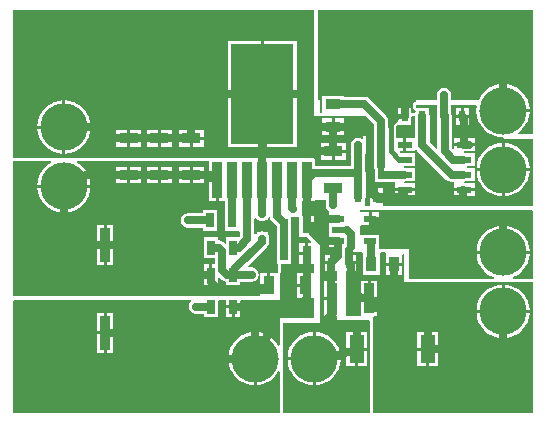
<source format=gtl>
G04 Layer_Physical_Order=1*
G04 Layer_Color=255*
%FSLAX44Y44*%
%MOMM*%
G71*
G01*
G75*
%ADD10R,0.7000X1.3000*%
%ADD11R,0.4500X0.5900*%
%ADD12R,0.9000X1.3000*%
%ADD13R,0.9000X2.8500*%
%ADD14R,0.9000X1.6000*%
%ADD15R,1.6000X0.9000*%
%ADD16R,0.6000X0.9000*%
%ADD17R,0.9000X2.5000*%
%ADD18R,1.3000X2.4000*%
%ADD19R,1.0000X0.5500*%
%ADD20R,1.3000X0.9000*%
%ADD21R,0.8900X3.0600*%
%ADD22R,5.3500X8.5400*%
%ADD23R,0.5500X1.0000*%
%ADD24R,1.1940X0.5590*%
%ADD25C,0.7000*%
%ADD26C,0.4000*%
%ADD27C,0.5000*%
%ADD28C,4.0000*%
%ADD29C,0.4500*%
G36*
X745000Y525102D02*
X745000Y467590D01*
X728146D01*
X727958Y468860D01*
X728667Y469075D01*
X732583Y471168D01*
X736015Y473985D01*
X738832Y477417D01*
X740925Y481333D01*
X742214Y485581D01*
X742524Y488730D01*
X697476D01*
X697786Y485581D01*
X699075Y481333D01*
X701168Y477417D01*
X703985Y473985D01*
X707417Y471168D01*
X711333Y469075D01*
X712042Y468860D01*
X711854Y467590D01*
X640898D01*
X640000Y468488D01*
X640000Y493000D01*
X615185D01*
X615040Y494210D01*
X615040Y494210D01*
X615040Y494210D01*
Y504790D01*
X599960D01*
X599000Y505538D01*
Y512462D01*
X599960Y513210D01*
X600270Y513210D01*
X606230D01*
Y518500D01*
Y523790D01*
X600270D01*
X599960Y523790D01*
X599000Y524538D01*
Y526000D01*
X744102D01*
X745000Y525102D01*
D02*
G37*
G36*
X547460Y512595D02*
X547342Y512000D01*
X547460Y511405D01*
Y502960D01*
X553831D01*
X557578Y499213D01*
X557091Y498040D01*
X554770D01*
Y489000D01*
Y479960D01*
X559540D01*
X560000Y478881D01*
Y473619D01*
X559540Y472540D01*
X558730Y472540D01*
X553770D01*
Y462000D01*
Y451460D01*
X558730D01*
X559540Y451460D01*
X560000Y450381D01*
Y434898D01*
X559102Y434000D01*
X531000D01*
Y411221D01*
X529730Y410903D01*
X528832Y412583D01*
X526015Y416015D01*
X522583Y418832D01*
X518667Y420925D01*
X514419Y422214D01*
X511270Y422524D01*
Y400000D01*
Y377476D01*
X514419Y377786D01*
X518667Y379075D01*
X522583Y381168D01*
X526015Y383985D01*
X528832Y387417D01*
X529730Y389097D01*
X531000Y388779D01*
Y354000D01*
X305000D01*
X305000Y449102D01*
X305898Y450000D01*
X455822Y450000D01*
X456207Y448730D01*
X455645Y448355D01*
X454310Y446357D01*
X453842Y444000D01*
X454310Y441643D01*
X455645Y439645D01*
X457643Y438311D01*
X460000Y437842D01*
X466460D01*
Y434960D01*
X478540D01*
Y443405D01*
X478658Y444000D01*
X478540Y444595D01*
Y449102D01*
X479438Y450000D01*
X485460D01*
Y445270D01*
X497540D01*
Y449102D01*
X498438Y450000D01*
X531000D01*
Y471707D01*
X531382Y472604D01*
X531385Y472617D01*
X531393Y472628D01*
X531489Y473111D01*
X531590Y473593D01*
X531587Y473606D01*
X531590Y473619D01*
Y479960D01*
X540540D01*
Y488405D01*
X540658Y489000D01*
Y512000D01*
X540540Y512595D01*
Y514405D01*
X540658Y515000D01*
X540540Y515595D01*
Y519540D01*
X541000Y520000D01*
X547460D01*
Y512595D01*
D02*
G37*
G36*
X745000Y590000D02*
X732876D01*
X732748Y590512D01*
X732707Y591270D01*
X736015Y593985D01*
X738832Y597417D01*
X740925Y601333D01*
X742214Y605581D01*
X742524Y608730D01*
X720000D01*
Y610000D01*
X718730D01*
Y632524D01*
X715581Y632214D01*
X711333Y630925D01*
X707417Y628832D01*
X703985Y626015D01*
X701168Y622583D01*
X699262Y619018D01*
X698000Y619000D01*
X698000Y619000D01*
X698000Y619000D01*
X676158D01*
Y623000D01*
X675689Y625357D01*
X674355Y627355D01*
X672357Y628689D01*
X670000Y629158D01*
X667643Y628689D01*
X665645Y627355D01*
X664310Y625357D01*
X663842Y623000D01*
Y619000D01*
X646000D01*
Y617507D01*
X645423Y617393D01*
X644583Y616831D01*
X644022Y615991D01*
X643607Y614991D01*
X643410Y614000D01*
Y612938D01*
X643607Y611947D01*
X644169Y611107D01*
X645067Y610209D01*
X645907Y609647D01*
X645771Y608403D01*
X645342Y607590D01*
X642658D01*
X642040Y608705D01*
Y612040D01*
X637770D01*
Y605000D01*
X636500D01*
Y603730D01*
X630960D01*
Y601761D01*
X630658Y600532D01*
X630319Y600422D01*
X629969Y600353D01*
X629842Y600268D01*
X629697Y600221D01*
X628668Y599646D01*
X628397Y599415D01*
X628100Y599216D01*
X627798Y598914D01*
X627236Y598074D01*
X627039Y597083D01*
Y595000D01*
X622738D01*
Y601420D01*
X622270Y603777D01*
X620935Y605775D01*
X607709Y619000D01*
X606855Y619855D01*
X604857Y621189D01*
X602500Y621658D01*
X585040D01*
Y622540D01*
X566960D01*
Y619000D01*
D01*
Y608749D01*
X565928Y607885D01*
X565000Y608116D01*
Y619000D01*
X563000D01*
Y695000D01*
X745000D01*
Y590000D01*
D02*
G37*
G36*
X470910Y552270D02*
X477900D01*
Y551000D01*
X479170D01*
Y533160D01*
X484442D01*
Y517100D01*
X484460Y517008D01*
Y507960D01*
X496540D01*
X497142Y506939D01*
Y503851D01*
X496331Y503040D01*
X485460D01*
Y497909D01*
X484287Y497422D01*
X483355Y498355D01*
X481357Y499690D01*
X479000Y500158D01*
X478540D01*
Y503040D01*
X466460D01*
Y494595D01*
X466342Y494000D01*
X466460Y493405D01*
Y484960D01*
X475809D01*
X475882Y484595D01*
Y480040D01*
X473770D01*
Y471000D01*
Y461960D01*
X478540D01*
Y468091D01*
X479713Y468577D01*
X481645Y466645D01*
X483643Y465310D01*
X485460Y464949D01*
Y461960D01*
X497540D01*
Y464842D01*
X507000D01*
X509357Y465310D01*
X511355Y466645D01*
X512690Y468643D01*
X513158Y471000D01*
X512690Y473357D01*
X511355Y475355D01*
X509357Y476689D01*
X507000Y477158D01*
X504527D01*
X504041Y478332D01*
X520355Y494645D01*
X521689Y496643D01*
X522158Y499000D01*
Y501450D01*
X521689Y503807D01*
X520790Y505153D01*
Y506940D01*
X518655D01*
X518357Y507140D01*
X516000Y507608D01*
X513643Y507140D01*
X513345Y506940D01*
X511210D01*
Y505555D01*
X510728Y505114D01*
X509458Y505674D01*
Y518326D01*
X510728Y518886D01*
X511210Y518445D01*
Y517060D01*
X513345D01*
X513643Y516860D01*
X516000Y516392D01*
X518357Y516860D01*
X518655Y517060D01*
X520790D01*
Y518844D01*
X521535Y519809D01*
X522774Y519631D01*
X523010Y518443D01*
X524345Y516445D01*
X528416Y512375D01*
X528342Y512000D01*
Y489000D01*
X528460Y488405D01*
Y479960D01*
X529000D01*
Y473619D01*
X528540Y472540D01*
X522770D01*
Y462000D01*
X521500D01*
Y460730D01*
X514460D01*
Y453000D01*
X497540D01*
Y453040D01*
X485460D01*
Y453000D01*
X478540D01*
Y453040D01*
X466460D01*
Y453000D01*
X305000D01*
Y567000D01*
X336779D01*
X337097Y565730D01*
X335417Y564832D01*
X331985Y562015D01*
X329168Y558583D01*
X327075Y554667D01*
X325786Y550419D01*
X325476Y547270D01*
X370524D01*
X370214Y550419D01*
X368925Y554667D01*
X366832Y558583D01*
X364015Y562015D01*
X360583Y564832D01*
X358903Y565730D01*
X359221Y567000D01*
X470910D01*
Y552270D01*
D02*
G37*
G36*
X663842Y605500D02*
X664310Y603143D01*
X664342Y603097D01*
Y578027D01*
X663168Y577541D01*
X657658Y583051D01*
Y605000D01*
X657189Y607357D01*
X657040Y607580D01*
Y612040D01*
X646988D01*
X646718Y612220D01*
X646180Y612758D01*
X646047Y612957D01*
X646000Y613193D01*
Y613745D01*
X646098Y614236D01*
X646317Y614764D01*
X646444Y614955D01*
X646505Y614967D01*
X646584Y615000D01*
X663842D01*
Y605500D01*
D02*
G37*
G36*
X590000Y490000D02*
X600712D01*
X601460Y489040D01*
Y470960D01*
X615540D01*
Y489040D01*
X616288Y490000D01*
X619712D01*
X620460Y489040D01*
X620460Y488730D01*
Y481270D01*
X634540D01*
Y488006D01*
X635656Y488890D01*
X635810Y488913D01*
X636000Y488847D01*
Y465000D01*
X745000D01*
Y354000D01*
X610898D01*
X610000Y354898D01*
Y435000D01*
X610398Y435960D01*
X613540D01*
Y449730D01*
X599460D01*
Y436000D01*
X587000D01*
Y473960D01*
X588230D01*
Y481000D01*
Y488040D01*
X587000D01*
Y491341D01*
X588173Y491827D01*
X590000Y490000D01*
D02*
G37*
G36*
X560000Y605000D02*
X604291D01*
X610422Y598869D01*
Y588390D01*
X608270D01*
Y580850D01*
Y573310D01*
X610422D01*
Y563420D01*
X610891Y561063D01*
X611210Y560585D01*
Y549610D01*
X619635D01*
X620230Y549492D01*
X628067D01*
X628220Y548285D01*
X628220Y548222D01*
Y544220D01*
X645240D01*
Y548285D01*
X636173D01*
X636048Y549555D01*
X638087Y549960D01*
X638617Y550315D01*
X645240D01*
Y560985D01*
X638617D01*
X638087Y561339D01*
X636048Y561745D01*
X636173Y563015D01*
X645240D01*
Y573685D01*
X633334D01*
X632478Y574542D01*
X632964Y575715D01*
X635460D01*
Y581050D01*
Y586385D01*
X629629D01*
Y596828D01*
X629676Y597063D01*
X629786Y597228D01*
X629836Y597261D01*
X629944Y597369D01*
X630077Y597444D01*
X630154Y597510D01*
X630819Y597881D01*
X630824Y597882D01*
X630965Y597941D01*
X631117Y597958D01*
X631122Y597960D01*
X642040D01*
Y602420D01*
X642189Y602643D01*
X642658Y605000D01*
X645342D01*
Y587613D01*
X645240Y586385D01*
X638000D01*
Y581050D01*
Y575715D01*
X645240D01*
Y576711D01*
X646510Y577096D01*
X647145Y576145D01*
X671995Y551295D01*
X673993Y549960D01*
X676350Y549492D01*
X678607D01*
X678760Y548285D01*
X678760Y548222D01*
Y544220D01*
X695780D01*
Y548285D01*
X686713D01*
X686588Y549555D01*
X688627Y549960D01*
X689157Y550315D01*
X695780D01*
Y560985D01*
X689226D01*
X689149Y561111D01*
X689062Y562440D01*
X689068Y562456D01*
X689679Y563015D01*
X695780D01*
Y573685D01*
X689157D01*
X688627Y574039D01*
X686588Y574445D01*
X686713Y575715D01*
X695780D01*
Y579780D01*
X678760D01*
Y577608D01*
X677587Y577122D01*
X676658Y578051D01*
Y605000D01*
X676189Y607357D01*
X676158Y607403D01*
Y615000D01*
X696766D01*
X697718Y613730D01*
X697351Y610000D01*
X697786Y605581D01*
X699075Y601333D01*
X701168Y597417D01*
X703985Y593985D01*
X707417Y591168D01*
X711333Y589075D01*
X715581Y587786D01*
X720000Y587351D01*
X720059Y587357D01*
X721000Y586504D01*
Y586000D01*
X745000D01*
Y529000D01*
X618788D01*
X618040Y529960D01*
X618040Y530270D01*
Y535730D01*
X606960D01*
Y530270D01*
X606960Y529960D01*
X606212Y529000D01*
X603788D01*
X603040Y529960D01*
Y534420D01*
X603190Y534643D01*
X603658Y537000D01*
Y540008D01*
X603618Y540210D01*
Y556949D01*
X603658Y557150D01*
X603190Y559507D01*
X603158Y559553D01*
Y573310D01*
X605730D01*
Y580850D01*
Y588390D01*
X601710D01*
Y586645D01*
X600440Y585966D01*
X599357Y586689D01*
X597000Y587158D01*
X594643Y586689D01*
X592645Y585355D01*
X591311Y583357D01*
X590842Y581000D01*
Y563308D01*
X561090D01*
Y568840D01*
X560000D01*
Y570000D01*
X517270D01*
Y551000D01*
X514730D01*
Y570000D01*
X305000D01*
Y695000D01*
X560000D01*
Y605000D01*
D02*
G37*
G36*
X555370Y533160D02*
X561090D01*
Y534000D01*
X569842D01*
Y530000D01*
X570310Y527643D01*
X571645Y525645D01*
X572689Y524948D01*
X572960Y523790D01*
X572960Y523790D01*
Y519770D01*
X580500D01*
Y517230D01*
X572960D01*
Y513210D01*
Y503710D01*
Y500770D01*
X580500D01*
Y498230D01*
X572960D01*
Y494210D01*
X579000D01*
Y488040D01*
X575770D01*
Y481000D01*
Y473960D01*
X579000D01*
Y466040D01*
X576770D01*
Y451000D01*
Y435960D01*
X579000D01*
Y433000D01*
X606102D01*
X607000Y432102D01*
Y355000D01*
X606204Y354000D01*
X534000D01*
Y430000D01*
X565000D01*
Y504000D01*
X563000Y506000D01*
X559540D01*
Y510730D01*
X553500D01*
Y512000D01*
X552230D01*
Y521040D01*
X550000D01*
Y533160D01*
X552830D01*
Y551000D01*
X555370D01*
Y533160D01*
D02*
G37*
%LPC*%
G36*
X471230Y480040D02*
X466460D01*
Y472270D01*
X471230D01*
Y480040D01*
D02*
G37*
G36*
X381730Y494980D02*
X375960D01*
Y479460D01*
X381730D01*
Y494980D01*
D02*
G37*
G36*
X390040D02*
X384270D01*
Y479460D01*
X390040D01*
Y494980D01*
D02*
G37*
G36*
X573230Y479730D02*
X568960D01*
Y473960D01*
X573230D01*
Y479730D01*
D02*
G37*
G36*
X595040D02*
X590770D01*
Y473960D01*
X595040D01*
Y479730D01*
D02*
G37*
G36*
X634540Y478730D02*
X628770D01*
Y470960D01*
X634540D01*
Y478730D01*
D02*
G37*
G36*
X520230Y472540D02*
X514460D01*
Y463270D01*
X520230D01*
Y472540D01*
D02*
G37*
G36*
X471230Y469730D02*
X466460D01*
Y461960D01*
X471230D01*
Y469730D01*
D02*
G37*
G36*
X613540Y466040D02*
X607770D01*
Y452270D01*
X613540D01*
Y466040D01*
D02*
G37*
G36*
X626230Y478730D02*
X620460D01*
Y470960D01*
X626230D01*
Y478730D01*
D02*
G37*
G36*
X551230Y472540D02*
X545460D01*
Y463270D01*
X551230D01*
Y472540D01*
D02*
G37*
G36*
X615040Y517230D02*
X608770D01*
Y513210D01*
X615040D01*
Y517230D01*
D02*
G37*
G36*
X477540Y526040D02*
X465460D01*
Y523158D01*
X453000D01*
X450643Y522690D01*
X448645Y521355D01*
X447310Y519357D01*
X446842Y517000D01*
X447310Y514643D01*
X448645Y512645D01*
X450643Y511310D01*
X453000Y510842D01*
X465460D01*
Y507960D01*
X477540D01*
Y516405D01*
X477658Y517000D01*
X477540Y517595D01*
Y526040D01*
D02*
G37*
G36*
X390040Y513040D02*
X384270D01*
Y497520D01*
X390040D01*
Y513040D01*
D02*
G37*
G36*
X559540Y521040D02*
X554770D01*
Y513270D01*
X559540D01*
Y521040D01*
D02*
G37*
G36*
X370524Y544730D02*
X349270D01*
Y523476D01*
X352419Y523786D01*
X356667Y525075D01*
X360583Y527168D01*
X364015Y529985D01*
X366832Y533417D01*
X368925Y537333D01*
X370214Y541581D01*
X370524Y544730D01*
D02*
G37*
G36*
X346730D02*
X325476D01*
X325786Y541581D01*
X327075Y537333D01*
X329168Y533417D01*
X331985Y529985D01*
X335417Y527168D01*
X339333Y525075D01*
X343581Y523786D01*
X346730Y523476D01*
Y544730D01*
D02*
G37*
G36*
X608770Y523790D02*
Y519770D01*
X615040D01*
Y523790D01*
X608770D01*
D02*
G37*
G36*
X595040Y488040D02*
X590770D01*
Y482270D01*
X595040D01*
Y488040D01*
D02*
G37*
G36*
X573230D02*
X568960D01*
Y482270D01*
X573230D01*
Y488040D01*
D02*
G37*
G36*
X552230Y487730D02*
X547460D01*
Y479960D01*
X552230D01*
Y487730D01*
D02*
G37*
G36*
Y498040D02*
X547460D01*
Y490270D01*
X552230D01*
Y498040D01*
D02*
G37*
G36*
X381730Y513040D02*
X375960D01*
Y497520D01*
X381730D01*
Y513040D01*
D02*
G37*
G36*
X721270Y512524D02*
Y491270D01*
X742524D01*
X742214Y494419D01*
X740925Y498667D01*
X738832Y502583D01*
X736015Y506015D01*
X732583Y508832D01*
X728667Y510925D01*
X724419Y512214D01*
X721270Y512524D01*
D02*
G37*
G36*
X718730D02*
X715581Y512214D01*
X711333Y510925D01*
X707417Y508832D01*
X703985Y506015D01*
X701168Y502583D01*
X699075Y498667D01*
X697786Y494419D01*
X697476Y491270D01*
X718730D01*
Y512524D01*
D02*
G37*
G36*
X561270Y422524D02*
Y401270D01*
X582524D01*
X582214Y404419D01*
X580925Y408667D01*
X578832Y412583D01*
X576015Y416015D01*
X572583Y418832D01*
X568667Y420925D01*
X564419Y422214D01*
X561270Y422524D01*
D02*
G37*
G36*
X558730D02*
X555581Y422214D01*
X551333Y420925D01*
X547417Y418832D01*
X543985Y416015D01*
X541168Y412583D01*
X539075Y408667D01*
X537786Y404419D01*
X537476Y401270D01*
X558730D01*
Y422524D01*
D02*
G37*
G36*
X508730D02*
X505581Y422214D01*
X501333Y420925D01*
X497417Y418832D01*
X493985Y416015D01*
X491168Y412583D01*
X489075Y408667D01*
X487786Y404419D01*
X487476Y401270D01*
X508730D01*
Y422524D01*
D02*
G37*
G36*
X381730Y420480D02*
X375960D01*
Y404960D01*
X381730D01*
Y420480D01*
D02*
G37*
G36*
X605040Y422540D02*
X597270D01*
Y409270D01*
X605040D01*
Y422540D01*
D02*
G37*
G36*
X594730D02*
X586960D01*
Y409270D01*
X594730D01*
Y422540D01*
D02*
G37*
G36*
X390040Y420480D02*
X384270D01*
Y404960D01*
X390040D01*
Y420480D01*
D02*
G37*
G36*
X582524Y398730D02*
X561270D01*
Y377476D01*
X564419Y377786D01*
X568667Y379075D01*
X572583Y381168D01*
X576015Y383985D01*
X578832Y387417D01*
X580925Y391333D01*
X582214Y395581D01*
X582524Y398730D01*
D02*
G37*
G36*
X558730D02*
X537476D01*
X537786Y395581D01*
X539075Y391333D01*
X541168Y387417D01*
X543985Y383985D01*
X547417Y381168D01*
X551333Y379075D01*
X555581Y377786D01*
X558730Y377476D01*
Y398730D01*
D02*
G37*
G36*
X508730D02*
X487476D01*
X487786Y395581D01*
X489075Y391333D01*
X491168Y387417D01*
X493985Y383985D01*
X497417Y381168D01*
X501333Y379075D01*
X505581Y377786D01*
X508730Y377476D01*
Y398730D01*
D02*
G37*
G36*
X594730Y406730D02*
X586960D01*
Y393460D01*
X594730D01*
Y406730D01*
D02*
G37*
G36*
X665040D02*
X657270D01*
Y393460D01*
X665040D01*
Y406730D01*
D02*
G37*
G36*
X654730D02*
X646960D01*
Y393460D01*
X654730D01*
Y406730D01*
D02*
G37*
G36*
X605040D02*
X597270D01*
Y393460D01*
X605040D01*
Y406730D01*
D02*
G37*
G36*
X718730Y462524D02*
X715581Y462214D01*
X711333Y460925D01*
X707417Y458832D01*
X703985Y456015D01*
X701168Y452583D01*
X699075Y448667D01*
X697786Y444419D01*
X697476Y441270D01*
X718730D01*
Y462524D01*
D02*
G37*
G36*
X574230Y449730D02*
X568460D01*
Y435960D01*
X574230D01*
Y449730D01*
D02*
G37*
G36*
X497540Y442730D02*
X492770D01*
Y434960D01*
X497540D01*
Y442730D01*
D02*
G37*
G36*
X721270Y462524D02*
Y441270D01*
X742524D01*
X742214Y444419D01*
X740925Y448667D01*
X738832Y452583D01*
X736015Y456015D01*
X732583Y458832D01*
X728667Y460925D01*
X724419Y462214D01*
X721270Y462524D01*
D02*
G37*
G36*
X605230Y466040D02*
X599460D01*
Y452270D01*
X605230D01*
Y466040D01*
D02*
G37*
G36*
X574230D02*
X568460D01*
Y452270D01*
X574230D01*
Y466040D01*
D02*
G37*
G36*
X551230Y460730D02*
X545460D01*
Y451460D01*
X551230D01*
Y460730D01*
D02*
G37*
G36*
X718730Y438730D02*
X697476D01*
X697786Y435581D01*
X699075Y431333D01*
X701168Y427417D01*
X703985Y423985D01*
X707417Y421168D01*
X711333Y419075D01*
X715581Y417786D01*
X718730Y417476D01*
Y438730D01*
D02*
G37*
G36*
X665040Y422540D02*
X657270D01*
Y409270D01*
X665040D01*
Y422540D01*
D02*
G37*
G36*
X654730D02*
X646960D01*
Y409270D01*
X654730D01*
Y422540D01*
D02*
G37*
G36*
X742524Y438730D02*
X721270D01*
Y417476D01*
X724419Y417786D01*
X728667Y419075D01*
X732583Y421168D01*
X736015Y423985D01*
X738832Y427417D01*
X740925Y431333D01*
X742214Y435581D01*
X742524Y438730D01*
D02*
G37*
G36*
X490230Y442730D02*
X485460D01*
Y434960D01*
X490230D01*
Y442730D01*
D02*
G37*
G36*
X390040Y438540D02*
X384270D01*
Y423020D01*
X390040D01*
Y438540D01*
D02*
G37*
G36*
X381730D02*
X375960D01*
Y423020D01*
X381730D01*
Y438540D01*
D02*
G37*
G36*
X476630Y549730D02*
X470910D01*
Y533160D01*
X476630D01*
Y549730D01*
D02*
G37*
G36*
X401730Y593540D02*
X392460D01*
Y587770D01*
X401730D01*
Y593540D01*
D02*
G37*
G36*
X695780Y586385D02*
X688540D01*
Y582320D01*
X695780D01*
Y586385D01*
D02*
G37*
G36*
X686000D02*
X678760D01*
Y582320D01*
X686000D01*
Y586385D01*
D02*
G37*
G36*
X413540Y593540D02*
X404270D01*
Y587770D01*
X413540D01*
Y593540D01*
D02*
G37*
G36*
X454730D02*
X445460D01*
Y587770D01*
X454730D01*
Y593540D01*
D02*
G37*
G36*
X439540D02*
X430270D01*
Y587770D01*
X439540D01*
Y593540D01*
D02*
G37*
G36*
X427730D02*
X418460D01*
Y587770D01*
X427730D01*
Y593540D01*
D02*
G37*
G36*
X413540Y585230D02*
X404270D01*
Y579460D01*
X413540D01*
Y585230D01*
D02*
G37*
G36*
X401730D02*
X392460D01*
Y579460D01*
X401730D01*
Y585230D01*
D02*
G37*
G36*
X545290Y622780D02*
X517270D01*
Y578810D01*
X545290D01*
Y622780D01*
D02*
G37*
G36*
X427730Y585230D02*
X418460D01*
Y579460D01*
X427730D01*
Y585230D01*
D02*
G37*
G36*
X466540D02*
X457270D01*
Y579460D01*
X466540D01*
Y585230D01*
D02*
G37*
G36*
X454730D02*
X445460D01*
Y579460D01*
X454730D01*
Y585230D01*
D02*
G37*
G36*
X439540D02*
X430270D01*
Y579460D01*
X439540D01*
Y585230D01*
D02*
G37*
G36*
X466540Y593540D02*
X457270D01*
Y587770D01*
X466540D01*
Y593540D01*
D02*
G37*
G36*
X684230Y612040D02*
X679960D01*
Y606270D01*
X684230D01*
Y612040D01*
D02*
G37*
G36*
X635230D02*
X630960D01*
Y606270D01*
X635230D01*
Y612040D01*
D02*
G37*
G36*
X691040Y603730D02*
X686770D01*
Y597960D01*
X691040D01*
Y603730D01*
D02*
G37*
G36*
Y612040D02*
X686770D01*
Y606270D01*
X691040D01*
Y612040D01*
D02*
G37*
G36*
X545290Y669290D02*
X517270D01*
Y625320D01*
X545290D01*
Y669290D01*
D02*
G37*
G36*
X514730D02*
X486710D01*
Y625320D01*
X514730D01*
Y669290D01*
D02*
G37*
G36*
X721270Y632524D02*
Y611270D01*
X742524D01*
X742214Y614419D01*
X740925Y618667D01*
X738832Y622583D01*
X736015Y626015D01*
X732583Y628832D01*
X728667Y630925D01*
X724419Y632214D01*
X721270Y632524D01*
D02*
G37*
G36*
X346730Y618524D02*
X343581Y618214D01*
X339333Y616925D01*
X335417Y614832D01*
X331985Y612015D01*
X329168Y608583D01*
X327075Y604667D01*
X325786Y600419D01*
X325476Y597270D01*
X346730D01*
Y618524D01*
D02*
G37*
G36*
X585040Y595230D02*
X577270D01*
Y589460D01*
X585040D01*
Y595230D01*
D02*
G37*
G36*
X574730D02*
X566960D01*
Y589460D01*
X574730D01*
Y595230D01*
D02*
G37*
G36*
X349270Y618524D02*
Y597270D01*
X370524D01*
X370214Y600419D01*
X368925Y604667D01*
X366832Y608583D01*
X364015Y612015D01*
X360583Y614832D01*
X356667Y616925D01*
X352419Y618214D01*
X349270Y618524D01*
D02*
G37*
G36*
X684230Y603730D02*
X679960D01*
Y597960D01*
X684230D01*
Y603730D01*
D02*
G37*
G36*
X585040Y603540D02*
X577270D01*
Y597770D01*
X585040D01*
Y603540D01*
D02*
G37*
G36*
X574730D02*
X566960D01*
Y597770D01*
X574730D01*
Y603540D01*
D02*
G37*
G36*
X413540Y554230D02*
X404270D01*
Y548460D01*
X413540D01*
Y554230D01*
D02*
G37*
G36*
X401730D02*
X392460D01*
Y548460D01*
X401730D01*
Y554230D01*
D02*
G37*
G36*
X618040Y544040D02*
X613770D01*
Y538270D01*
X618040D01*
Y544040D01*
D02*
G37*
G36*
X427730Y554230D02*
X418460D01*
Y548460D01*
X427730D01*
Y554230D01*
D02*
G37*
G36*
X466540D02*
X457270D01*
Y548460D01*
X466540D01*
Y554230D01*
D02*
G37*
G36*
X454730D02*
X445460D01*
Y548460D01*
X454730D01*
Y554230D01*
D02*
G37*
G36*
X439540D02*
X430270D01*
Y548460D01*
X439540D01*
Y554230D01*
D02*
G37*
G36*
X635460Y541680D02*
X628220D01*
Y537615D01*
X635460D01*
Y541680D01*
D02*
G37*
G36*
X742524Y558730D02*
X721270D01*
Y537476D01*
X724419Y537786D01*
X728667Y539075D01*
X732583Y541168D01*
X736015Y543985D01*
X738832Y547417D01*
X740925Y551333D01*
X742214Y555581D01*
X742524Y558730D01*
D02*
G37*
G36*
X718730D02*
X697476D01*
X697786Y555581D01*
X699075Y551333D01*
X701168Y547417D01*
X703985Y543985D01*
X707417Y541168D01*
X711333Y539075D01*
X715581Y537786D01*
X718730Y537476D01*
Y558730D01*
D02*
G37*
G36*
X645240Y541680D02*
X638000D01*
Y537615D01*
X645240D01*
Y541680D01*
D02*
G37*
G36*
X611230Y544040D02*
X606960D01*
Y538270D01*
X611230D01*
Y544040D01*
D02*
G37*
G36*
X695780Y541680D02*
X688540D01*
Y537615D01*
X695780D01*
Y541680D01*
D02*
G37*
G36*
X686000D02*
X678760D01*
Y537615D01*
X686000D01*
Y541680D01*
D02*
G37*
G36*
X401730Y562540D02*
X392460D01*
Y556770D01*
X401730D01*
Y562540D01*
D02*
G37*
G36*
X346730Y594730D02*
X325476D01*
X325786Y591581D01*
X327075Y587333D01*
X329168Y583417D01*
X331985Y579985D01*
X335417Y577168D01*
X339333Y575075D01*
X343581Y573786D01*
X346730Y573476D01*
Y594730D01*
D02*
G37*
G36*
X586540Y574230D02*
X577270D01*
Y568460D01*
X586540D01*
Y574230D01*
D02*
G37*
G36*
X574730D02*
X565460D01*
Y568460D01*
X574730D01*
Y574230D01*
D02*
G37*
G36*
X370524Y594730D02*
X349270D01*
Y573476D01*
X352419Y573786D01*
X356667Y575075D01*
X360583Y577168D01*
X364015Y579985D01*
X366832Y583417D01*
X368925Y587333D01*
X370214Y591581D01*
X370524Y594730D01*
D02*
G37*
G36*
X514730Y622780D02*
X486710D01*
Y578810D01*
X514730D01*
Y622780D01*
D02*
G37*
G36*
X586540Y582540D02*
X577270D01*
Y576770D01*
X586540D01*
Y582540D01*
D02*
G37*
G36*
X574730D02*
X565460D01*
Y576770D01*
X574730D01*
Y582540D01*
D02*
G37*
G36*
X439540Y562540D02*
X430270D01*
Y556770D01*
X439540D01*
Y562540D01*
D02*
G37*
G36*
X427730D02*
X418460D01*
Y556770D01*
X427730D01*
Y562540D01*
D02*
G37*
G36*
X413540D02*
X404270D01*
Y556770D01*
X413540D01*
Y562540D01*
D02*
G37*
G36*
X454730D02*
X445460D01*
Y556770D01*
X454730D01*
Y562540D01*
D02*
G37*
G36*
X721270Y582524D02*
Y561270D01*
X742524D01*
X742214Y564419D01*
X740925Y568667D01*
X738832Y572583D01*
X736015Y576015D01*
X732583Y578832D01*
X728667Y580925D01*
X724419Y582214D01*
X721270Y582524D01*
D02*
G37*
G36*
X718730D02*
X715581Y582214D01*
X711333Y580925D01*
X707417Y578832D01*
X703985Y576015D01*
X701168Y572583D01*
X699075Y568667D01*
X697786Y564419D01*
X697476Y561270D01*
X718730D01*
Y582524D01*
D02*
G37*
G36*
X466540Y562540D02*
X457270D01*
Y556770D01*
X466540D01*
Y562540D01*
D02*
G37*
%LPD*%
D10*
X490500Y517000D02*
D03*
X471500D02*
D03*
X491500Y444000D02*
D03*
X472500D02*
D03*
X491500Y471000D02*
D03*
X472500D02*
D03*
X491500Y494000D02*
D03*
X472500D02*
D03*
X534500Y489000D02*
D03*
X553500D02*
D03*
X553500Y512000D02*
D03*
X534500D02*
D03*
D11*
X516000Y501450D02*
D03*
Y522550D02*
D03*
D12*
X608500Y480000D02*
D03*
X627500D02*
D03*
D13*
X383000Y496250D02*
D03*
Y421750D02*
D03*
D14*
X552500Y462000D02*
D03*
X521500D02*
D03*
D15*
X403000Y555500D02*
D03*
Y586500D02*
D03*
X456000D02*
D03*
Y555500D02*
D03*
X429000D02*
D03*
Y586500D02*
D03*
X576000Y575500D02*
D03*
Y544500D02*
D03*
D16*
X574500Y481000D02*
D03*
X589500D02*
D03*
X597500Y537000D02*
D03*
X612500D02*
D03*
X636500Y605000D02*
D03*
X651500D02*
D03*
X670500D02*
D03*
X685500D02*
D03*
D17*
X606500Y451000D02*
D03*
X575500D02*
D03*
D18*
X596000Y408000D02*
D03*
X656000D02*
D03*
D19*
X580500Y518500D02*
D03*
Y509000D02*
D03*
Y499500D02*
D03*
X607500Y518500D02*
D03*
Y499500D02*
D03*
D20*
X576000Y615500D02*
D03*
Y596500D02*
D03*
D21*
X477900Y551000D02*
D03*
X490600D02*
D03*
X503300D02*
D03*
X516000D02*
D03*
X528700D02*
D03*
X541400D02*
D03*
X554100D02*
D03*
D22*
X516000Y624050D02*
D03*
D23*
X597500Y557150D02*
D03*
X616500D02*
D03*
X607000Y580850D02*
D03*
D24*
X687270Y542950D02*
D03*
Y555650D02*
D03*
Y568350D02*
D03*
Y581050D02*
D03*
X636730Y542950D02*
D03*
Y555650D02*
D03*
Y568350D02*
D03*
Y581050D02*
D03*
D25*
X686270Y535000D02*
Y542950D01*
X613770Y535000D02*
X686270D01*
X720000Y610000D02*
Y634000D01*
X713000Y641000D02*
X720000Y634000D01*
X643000Y641000D02*
X713000D01*
X636500Y634500D02*
X643000Y641000D01*
X636500Y605000D02*
Y634500D01*
X687270Y581050D02*
X690877D01*
X685500Y605000D02*
X687270Y603230D01*
Y581050D02*
Y603230D01*
X616580Y563420D02*
Y601420D01*
X602500Y615500D02*
X616580Y601420D01*
X651500Y580500D02*
X676350Y555650D01*
X651500Y580500D02*
Y605000D01*
X676350Y555650D02*
X686270D01*
X597000Y557150D02*
Y581000D01*
X670000Y605500D02*
X670500Y605000D01*
X670000Y605500D02*
Y623000D01*
X597000Y557150D02*
X597500D01*
X560250D02*
X597000D01*
X597460Y540048D02*
X597500Y540008D01*
X597000Y540508D02*
X597460Y540048D01*
X597000Y540508D02*
Y557150D01*
X597500Y537000D02*
X597500Y537000D01*
Y540008D01*
X670500Y575500D02*
Y605000D01*
Y575500D02*
X677650Y568350D01*
X686270D01*
X707320Y560000D02*
X720000D01*
X612500Y537000D02*
X633000D01*
X635730Y539730D01*
X607040Y553198D02*
Y580810D01*
X607000Y553158D02*
X607040Y553198D01*
X620230Y555650D02*
X635730D01*
X607000Y544000D02*
Y553158D01*
Y580850D02*
X607040Y580810D01*
X576000Y615500D02*
X602500D01*
X607000Y544000D02*
X612500Y538500D01*
Y537000D02*
Y538500D01*
X597460Y540048D02*
Y557110D01*
X597500Y557150D01*
X576000Y596500D02*
X599500D01*
X607000Y589000D01*
Y580850D02*
Y589000D01*
X554100Y551000D02*
X560250Y557150D01*
X720000Y490000D02*
Y516000D01*
X717000Y519000D02*
X720000Y516000D01*
X685000Y519000D02*
X717000D01*
X680000Y514000D02*
X685000Y519000D01*
X612000Y514000D02*
X680000D01*
X609000Y517000D02*
X612000Y514000D01*
X563000Y403000D02*
X584000D01*
X560000Y400000D02*
X563000Y403000D01*
X584000D02*
X586500Y405500D01*
X569000Y432000D02*
X576000Y439000D01*
X569000Y432000D02*
X573000Y428000D01*
X596000D01*
Y408000D02*
Y428000D01*
X593500Y405500D02*
X596000Y408000D01*
X586500Y405500D02*
X593500D01*
X576000Y439000D02*
Y450500D01*
X566000Y499500D02*
X580500D01*
X579960Y486460D02*
Y498960D01*
X589500Y481000D02*
X591000Y479500D01*
Y460000D02*
Y479500D01*
Y460000D02*
X600000Y451000D01*
X627500Y453500D02*
Y480000D01*
X619000Y445000D02*
X627500Y453500D01*
X612500Y445000D02*
X619000D01*
X606500Y451000D02*
X612500Y445000D01*
X553500Y596500D02*
X576000D01*
X550950Y599050D02*
X553500Y596500D01*
X550950Y599050D02*
Y624050D01*
X516000D02*
X550950D01*
X456000Y586500D02*
Y606000D01*
X474050Y624050D01*
X516000D01*
X348000Y596000D02*
X380000D01*
X389500Y586500D01*
X403000D01*
X429000D02*
X456000D01*
X403000D02*
X429000D01*
X434000Y400000D02*
X510000D01*
X412250Y421750D02*
X434000Y400000D01*
X383000Y421750D02*
X412250D01*
X422000Y471000D02*
X472500D01*
X396750Y496250D02*
X422000Y471000D01*
X383000Y496250D02*
X396750D01*
X553500Y451500D02*
Y464000D01*
X510000Y408000D02*
Y436000D01*
X552500Y463000D02*
X553500Y464000D01*
X546000Y444000D02*
X553500Y451500D01*
X531000Y444000D02*
X546000D01*
X520000Y433000D02*
X531000Y444000D01*
X520000Y418000D02*
Y433000D01*
X510000Y408000D02*
X520000Y418000D01*
X510000Y400000D02*
Y408000D01*
X576000Y530000D02*
Y544500D01*
X541400Y527600D02*
X542000Y527000D01*
X541400Y527600D02*
Y551000D01*
X403000Y555500D02*
X429000D01*
X366500D02*
X403000D01*
X473400D02*
X477900Y551000D01*
X456000Y555500D02*
X473400D01*
X429000D02*
X456000D01*
X357000Y546000D02*
X366500Y555500D01*
X348000Y546000D02*
X357000D01*
X352750Y496250D02*
X383000D01*
X348000Y501000D02*
X352750Y496250D01*
X348000Y501000D02*
Y546000D01*
X460000Y444000D02*
X472500D01*
X516000Y499000D02*
Y501450D01*
X493355Y476355D02*
X516000Y499000D01*
X491500Y471000D02*
X507000D01*
X453000Y517000D02*
X471500D01*
X503300Y501300D02*
Y551000D01*
X608500Y480000D02*
Y498500D01*
X656000Y408000D02*
X714000D01*
X720000Y414000D01*
Y440000D01*
X656000Y408000D02*
Y437000D01*
X650000Y443000D02*
X656000Y437000D01*
X609000Y443000D02*
X650000D01*
X606500Y445500D02*
X609000Y443000D01*
X606500Y445500D02*
Y451000D01*
X600000D02*
X606500D01*
X588000Y509000D02*
X591540Y505460D01*
Y494248D02*
Y505460D01*
X589500Y492208D02*
X591540Y494248D01*
X589500Y481000D02*
Y492208D01*
X579960Y498960D02*
X580500Y499500D01*
X574500Y481000D02*
X579960Y486460D01*
X574500Y452000D02*
Y481000D01*
Y452000D02*
X576000Y450500D01*
X553500Y512000D02*
X566000Y499500D01*
X562000Y512000D02*
X568500Y518500D01*
X553500Y512000D02*
X562000D01*
X568500Y518500D02*
X580500D01*
X481960Y484998D02*
Y491040D01*
Y484998D02*
X482040Y484918D01*
Y474960D02*
Y484918D01*
X486000Y471000D02*
X491500D01*
X482040Y474960D02*
X486000Y471000D01*
X479000Y494000D02*
X481960Y491040D01*
X472500Y494000D02*
X479000D01*
X534500Y489000D02*
Y512000D01*
X478540Y458460D02*
X522500D01*
X472500Y464500D02*
X478540Y458460D01*
X472500Y464500D02*
Y471000D01*
X491500Y444000D02*
X502000D01*
X510000Y436000D01*
X553500Y464000D02*
Y489000D01*
X553500Y512000D02*
X554100Y512600D01*
Y551000D01*
X516000Y624050D02*
X516500Y623550D01*
Y575500D02*
Y623550D01*
Y575500D02*
X576000D01*
Y596500D01*
X528700Y520800D02*
X534500Y515000D01*
X528700Y520800D02*
Y551000D01*
X516000Y522550D02*
Y551000D01*
X496000Y494000D02*
X503300Y501300D01*
X491500Y494000D02*
X496000D01*
X490600Y517100D02*
Y551000D01*
X516000D02*
Y624050D01*
D26*
X625000Y575473D02*
Y599000D01*
Y575473D02*
X632123Y568350D01*
X625000Y599000D02*
X631000Y605000D01*
X636500D01*
D27*
X632123Y568350D02*
X636730D01*
D28*
X348000Y596000D02*
D03*
X510000Y400000D02*
D03*
X720000Y440000D02*
D03*
Y490000D02*
D03*
X348000Y546000D02*
D03*
X560000Y400000D02*
D03*
X720000Y560000D02*
D03*
Y610000D02*
D03*
D29*
X670000Y623000D02*
D03*
X597000Y581000D02*
D03*
X576000Y530000D02*
D03*
X542000Y527000D02*
D03*
X460000Y444000D02*
D03*
X507000Y471000D02*
D03*
X453000Y517000D02*
D03*
X498000Y594000D02*
D03*
X510000D02*
D03*
X522000D02*
D03*
X535000D02*
D03*
Y605000D02*
D03*
X522000D02*
D03*
X510000D02*
D03*
X498000D02*
D03*
Y617000D02*
D03*
X510000D02*
D03*
X522000D02*
D03*
X535000D02*
D03*
Y629000D02*
D03*
X522000D02*
D03*
X510000D02*
D03*
X498000D02*
D03*
Y641000D02*
D03*
Y653000D02*
D03*
X510000D02*
D03*
Y641000D02*
D03*
X522000D02*
D03*
Y653000D02*
D03*
X535000D02*
D03*
Y641000D02*
D03*
M02*

</source>
